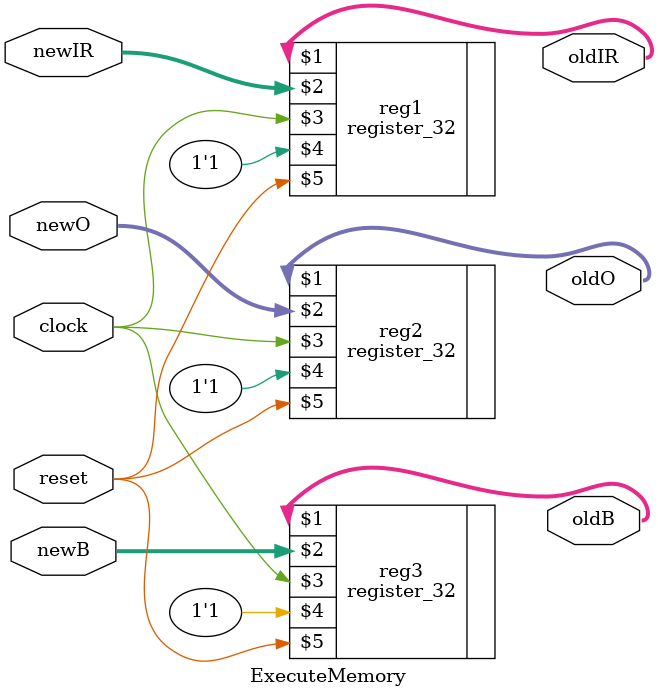
<source format=v>
module ExecuteMemory(
    output [31:0] oldIR, oldO, oldB,
    input [31:0] newIR, newO, newB,
    input clock, reset);

    register_32 reg1(oldIR, newIR, clock, 1'b1, reset);
    register_32 reg2(oldO, newO, clock, 1'b1, reset);
    register_32 reg3(oldB, newB, clock, 1'b1, reset);
endmodule

</source>
